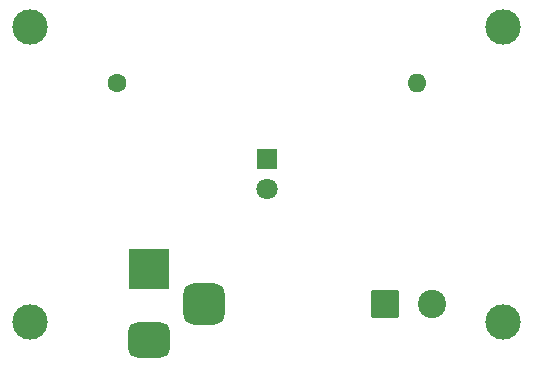
<source format=gbr>
%TF.GenerationSoftware,KiCad,Pcbnew,7.0.10*%
%TF.CreationDate,2024-03-02T17:11:43+01:00*%
%TF.ProjectId,explorer-light,6578706c-6f72-4657-922d-6c696768742e,rev?*%
%TF.SameCoordinates,Original*%
%TF.FileFunction,Soldermask,Bot*%
%TF.FilePolarity,Negative*%
%FSLAX46Y46*%
G04 Gerber Fmt 4.6, Leading zero omitted, Abs format (unit mm)*
G04 Created by KiCad (PCBNEW 7.0.10) date 2024-03-02 17:11:43*
%MOMM*%
%LPD*%
G01*
G04 APERTURE LIST*
G04 Aperture macros list*
%AMRoundRect*
0 Rectangle with rounded corners*
0 $1 Rounding radius*
0 $2 $3 $4 $5 $6 $7 $8 $9 X,Y pos of 4 corners*
0 Add a 4 corners polygon primitive as box body*
4,1,4,$2,$3,$4,$5,$6,$7,$8,$9,$2,$3,0*
0 Add four circle primitives for the rounded corners*
1,1,$1+$1,$2,$3*
1,1,$1+$1,$4,$5*
1,1,$1+$1,$6,$7*
1,1,$1+$1,$8,$9*
0 Add four rect primitives between the rounded corners*
20,1,$1+$1,$2,$3,$4,$5,0*
20,1,$1+$1,$4,$5,$6,$7,0*
20,1,$1+$1,$6,$7,$8,$9,0*
20,1,$1+$1,$8,$9,$2,$3,0*%
G04 Aperture macros list end*
%ADD10R,3.500000X3.500000*%
%ADD11RoundRect,0.750000X1.000000X-0.750000X1.000000X0.750000X-1.000000X0.750000X-1.000000X-0.750000X0*%
%ADD12RoundRect,0.875000X0.875000X-0.875000X0.875000X0.875000X-0.875000X0.875000X-0.875000X-0.875000X0*%
%ADD13C,3.000000*%
%ADD14RoundRect,0.250001X-0.949999X-0.949999X0.949999X-0.949999X0.949999X0.949999X-0.949999X0.949999X0*%
%ADD15C,2.400000*%
%ADD16R,1.800000X1.800000*%
%ADD17C,1.800000*%
%ADD18C,1.600000*%
%ADD19O,1.600000X1.600000*%
G04 APERTURE END LIST*
D10*
%TO.C,J2*%
X103014800Y-75116800D03*
D11*
X103014800Y-81116800D03*
D12*
X107714800Y-78116800D03*
%TD*%
D13*
%TO.C,H1*%
X93014800Y-54616800D03*
%TD*%
D14*
%TO.C,J1*%
X123014800Y-78116800D03*
D15*
X126974800Y-78116800D03*
%TD*%
D16*
%TO.C,D2*%
X113014800Y-65866800D03*
D17*
X113014800Y-68406800D03*
%TD*%
D13*
%TO.C,H3*%
X93014800Y-79616800D03*
%TD*%
%TO.C,H4*%
X133014800Y-79616800D03*
%TD*%
D18*
%TO.C,R1*%
X100314800Y-59366800D03*
D19*
X125714800Y-59366800D03*
%TD*%
D13*
%TO.C,H2*%
X133014800Y-54616800D03*
%TD*%
M02*

</source>
